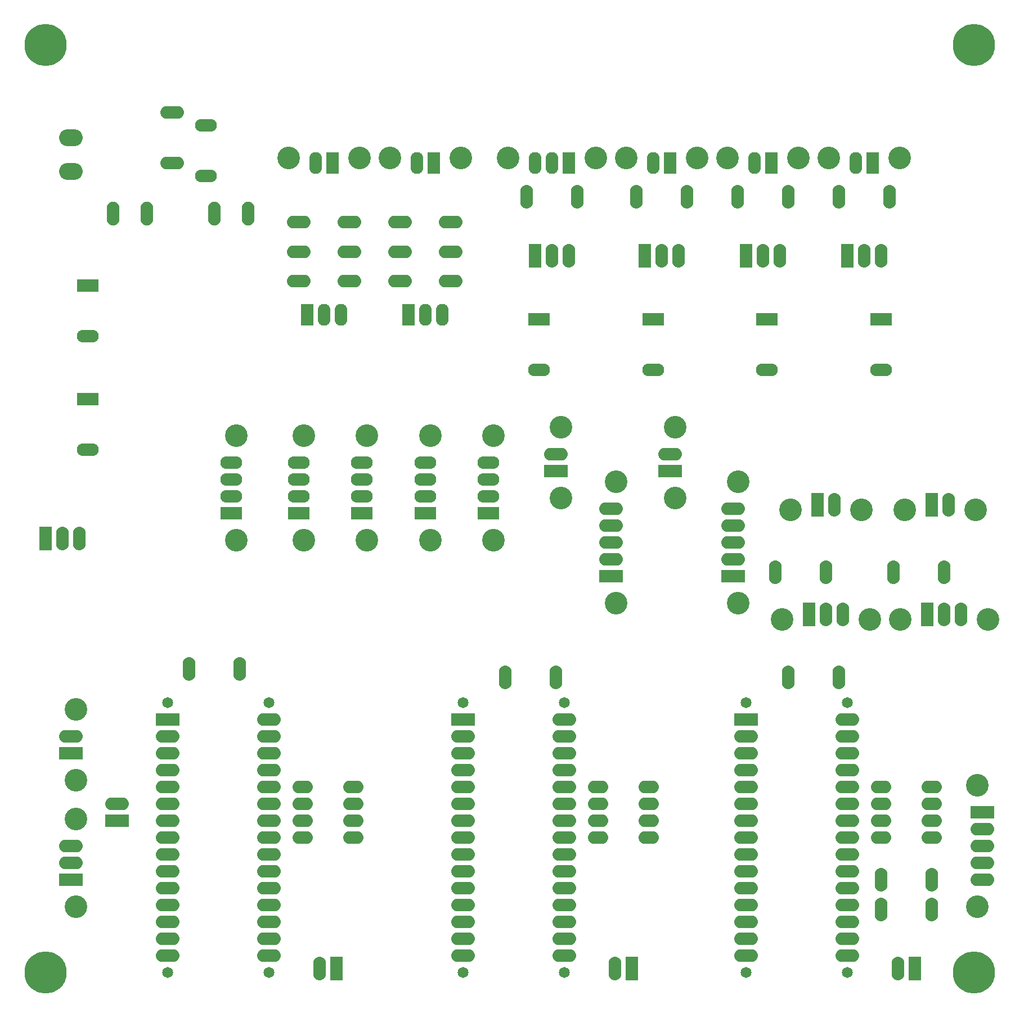
<source format=gbr>
G04 Layer_Color=11767835*
%FSLAX45Y45*%
%MOMM*%
%TF.FileFunction,Pads,Bot*%
%TF.Part,Single*%
G01*
G75*
%TA.AperFunction,ComponentPad*%
%ADD25O,1.90500X3.55600*%
%ADD26C,3.40360*%
%ADD27R,1.90500X3.55600*%
%ADD28C,1.65100*%
%ADD29O,3.55600X1.90500*%
%ADD30R,3.55600X1.90500*%
%ADD31R,3.30200X1.90500*%
%ADD32O,3.30200X1.90500*%
%ADD33O,1.90500X3.58140*%
%ADD34O,1.90500X3.30200*%
%ADD35R,1.90500X3.30200*%
%ADD36O,3.55600X1.90500*%
%TA.AperFunction,ViaPad*%
%ADD37C,6.35000*%
%TA.AperFunction,ComponentPad*%
%ADD38O,3.55600X2.54000*%
%ADD39O,3.04800X1.90500*%
D25*
X7302500Y3238500D02*
D03*
X10858500Y7620000D02*
D03*
X10096500D02*
D03*
X14160500Y9207500D02*
D03*
X14922501Y8572500D02*
D03*
X15176500D02*
D03*
X14922501Y9207500D02*
D03*
X15938499D02*
D03*
X16700500Y8572500D02*
D03*
X16954500D02*
D03*
X16700500Y9207500D02*
D03*
X16764000Y10223500D02*
D03*
X15049500D02*
D03*
X14350999Y7620000D02*
D03*
X15113000D02*
D03*
X15748000Y4572000D02*
D03*
Y4127500D02*
D03*
X16002000Y3238500D02*
D03*
X16510001Y4127500D02*
D03*
Y4572000D02*
D03*
X11747500Y3238500D02*
D03*
X6096000Y7747000D02*
D03*
X5334000D02*
D03*
X3683000Y9715500D02*
D03*
X3429000D02*
D03*
X10414000Y14859000D02*
D03*
X10795000Y13970000D02*
D03*
X11049000D02*
D03*
X12065000Y14859000D02*
D03*
X12446000Y13970000D02*
D03*
X12700000D02*
D03*
X12827000Y14859000D02*
D03*
X13589000D02*
D03*
X13970000Y13970000D02*
D03*
X14224001D02*
D03*
X14350999Y14859000D02*
D03*
X15113000D02*
D03*
X15494000Y13970000D02*
D03*
X15748000D02*
D03*
X15875000Y14859000D02*
D03*
X11176000D02*
D03*
D26*
X3632200Y4165600D02*
D03*
Y5486400D02*
D03*
Y6070600D02*
D03*
Y7137400D02*
D03*
X6045200Y9690100D02*
D03*
X7061200D02*
D03*
X8013700D02*
D03*
X8966200D02*
D03*
X9918700D02*
D03*
X10934700Y10325100D02*
D03*
X11760200Y10566400D02*
D03*
X12649200Y10325100D02*
D03*
X13601700Y10566400D02*
D03*
X14389101Y10147300D02*
D03*
X15455901D02*
D03*
X16103600D02*
D03*
X17170399D02*
D03*
X16040100Y8496300D02*
D03*
X15582899D02*
D03*
X14262100D02*
D03*
X13601700Y8737600D02*
D03*
X11760200D02*
D03*
X9918700Y11264900D02*
D03*
X8966200D02*
D03*
X8013700D02*
D03*
X7061200D02*
D03*
X6045200D02*
D03*
X10134600Y15443201D02*
D03*
X9423400D02*
D03*
X8356600D02*
D03*
X7899400D02*
D03*
X6832600D02*
D03*
X10934700Y11391900D02*
D03*
X12649200D02*
D03*
X16027400Y15443201D02*
D03*
X14960600D02*
D03*
X14503400D02*
D03*
X13436600D02*
D03*
X12979401D02*
D03*
X11912600D02*
D03*
X11455400D02*
D03*
X17360899Y8496300D02*
D03*
X17195799Y5994400D02*
D03*
Y4165600D02*
D03*
D27*
X7556500Y3238500D02*
D03*
X12001500D02*
D03*
X16256000D02*
D03*
X16446500Y8572500D02*
D03*
X16510001Y10223500D02*
D03*
X14795500D02*
D03*
X14668500Y8572500D02*
D03*
X15239999Y13970000D02*
D03*
X13716000D02*
D03*
X12192000D02*
D03*
X10541000D02*
D03*
X3175000Y9715500D02*
D03*
D28*
X5016500Y3175000D02*
D03*
X6540500D02*
D03*
X9461500D02*
D03*
X10985500D02*
D03*
X13716000D02*
D03*
X15239999D02*
D03*
Y7239000D02*
D03*
X13716000D02*
D03*
X10985500D02*
D03*
X9461500D02*
D03*
X6540500D02*
D03*
X5016500D02*
D03*
D29*
X3556000Y4826000D02*
D03*
Y5080000D02*
D03*
X4254500Y5715000D02*
D03*
X3556000Y6731000D02*
D03*
X5016500Y4953000D02*
D03*
Y4699000D02*
D03*
Y4445000D02*
D03*
Y4191000D02*
D03*
Y3937000D02*
D03*
Y3683000D02*
D03*
Y3429000D02*
D03*
X6540500D02*
D03*
Y3683000D02*
D03*
Y3937000D02*
D03*
Y4191000D02*
D03*
Y4445000D02*
D03*
Y4699000D02*
D03*
Y4953000D02*
D03*
Y5207000D02*
D03*
Y5461000D02*
D03*
Y5715000D02*
D03*
Y5969000D02*
D03*
Y6223000D02*
D03*
Y6477000D02*
D03*
Y6731000D02*
D03*
Y6985000D02*
D03*
X5016500Y6731000D02*
D03*
Y6477000D02*
D03*
Y6223000D02*
D03*
Y5969000D02*
D03*
Y5715000D02*
D03*
Y5461000D02*
D03*
Y5207000D02*
D03*
X9461500Y3429000D02*
D03*
Y3683000D02*
D03*
Y3937000D02*
D03*
Y4191000D02*
D03*
Y4445000D02*
D03*
Y4699000D02*
D03*
Y4953000D02*
D03*
Y5207000D02*
D03*
Y5461000D02*
D03*
Y5715000D02*
D03*
Y5969000D02*
D03*
Y6223000D02*
D03*
Y6477000D02*
D03*
Y6731000D02*
D03*
X10985500Y5207000D02*
D03*
Y4953000D02*
D03*
Y4699000D02*
D03*
Y4445000D02*
D03*
Y4191000D02*
D03*
Y3937000D02*
D03*
Y3683000D02*
D03*
Y3429000D02*
D03*
Y5461000D02*
D03*
Y5715000D02*
D03*
Y5969000D02*
D03*
Y6223000D02*
D03*
Y6477000D02*
D03*
Y6731000D02*
D03*
Y6985000D02*
D03*
X11684000Y9398000D02*
D03*
Y9652000D02*
D03*
Y9906000D02*
D03*
Y10160000D02*
D03*
X10858500Y10985500D02*
D03*
X12573000D02*
D03*
X13525500Y9906000D02*
D03*
Y9652000D02*
D03*
Y9398000D02*
D03*
Y10160000D02*
D03*
X15239999Y6985000D02*
D03*
Y6731000D02*
D03*
Y6477000D02*
D03*
Y6223000D02*
D03*
Y5969000D02*
D03*
Y5715000D02*
D03*
Y5461000D02*
D03*
Y5207000D02*
D03*
Y4953000D02*
D03*
Y4699000D02*
D03*
Y4445000D02*
D03*
Y4191000D02*
D03*
Y3937000D02*
D03*
Y3683000D02*
D03*
Y3429000D02*
D03*
X13716000Y4699000D02*
D03*
Y4953000D02*
D03*
Y4445000D02*
D03*
Y4191000D02*
D03*
Y3937000D02*
D03*
Y3683000D02*
D03*
Y3429000D02*
D03*
Y5207000D02*
D03*
Y5461000D02*
D03*
Y5715000D02*
D03*
Y5969000D02*
D03*
Y6223000D02*
D03*
Y6477000D02*
D03*
Y6731000D02*
D03*
X17272000Y4572000D02*
D03*
Y4826000D02*
D03*
Y5080000D02*
D03*
Y5334000D02*
D03*
X5080000Y16128999D02*
D03*
Y15367000D02*
D03*
D30*
X3556000Y4572000D02*
D03*
X4254500Y5461000D02*
D03*
X3556000Y6477000D02*
D03*
X5016500Y6985000D02*
D03*
X9461500D02*
D03*
X11684000Y9144000D02*
D03*
X12573000Y10731500D02*
D03*
X13525500Y9144000D02*
D03*
X13716000Y6985000D02*
D03*
X17272000Y5588000D02*
D03*
X10858500Y10731500D02*
D03*
D31*
X9842500Y10096500D02*
D03*
X8890000D02*
D03*
X7937500D02*
D03*
X6985000D02*
D03*
X5969000D02*
D03*
X3810000Y11811000D02*
D03*
Y13525500D02*
D03*
X10604500Y13017500D02*
D03*
X12319000D02*
D03*
X14033501D02*
D03*
X15748000D02*
D03*
D32*
X9842500Y10350500D02*
D03*
Y10604500D02*
D03*
Y10858500D02*
D03*
X8890000D02*
D03*
Y10604500D02*
D03*
Y10350500D02*
D03*
X7937500Y10858500D02*
D03*
Y10604500D02*
D03*
Y10350500D02*
D03*
X6985000Y10858500D02*
D03*
Y10604500D02*
D03*
Y10350500D02*
D03*
X5969000Y10858500D02*
D03*
Y10604500D02*
D03*
Y10350500D02*
D03*
X3810000Y12763500D02*
D03*
Y11049000D02*
D03*
X5588000Y15176500D02*
D03*
Y15938499D02*
D03*
X10604500Y12255500D02*
D03*
X12319000D02*
D03*
X14033501D02*
D03*
X15748000D02*
D03*
D33*
X6223000Y14605000D02*
D03*
X5715000D02*
D03*
X4699000D02*
D03*
X4191000D02*
D03*
D34*
X9144000Y13081000D02*
D03*
X8890000D02*
D03*
X7620000D02*
D03*
X7366000D02*
D03*
X8763000Y15367000D02*
D03*
X7239000D02*
D03*
X10541000D02*
D03*
X10795000D02*
D03*
X12319000D02*
D03*
X13842999D02*
D03*
X15367000D02*
D03*
D35*
X8636000Y13081000D02*
D03*
X7112000D02*
D03*
X9017000Y15367000D02*
D03*
X7493000D02*
D03*
X11049000D02*
D03*
X12573000D02*
D03*
X14097000D02*
D03*
X15621001D02*
D03*
D36*
X9271000Y13589000D02*
D03*
Y14033501D02*
D03*
Y14478000D02*
D03*
X8509000D02*
D03*
Y14033501D02*
D03*
Y13589000D02*
D03*
X7747000Y14478000D02*
D03*
Y14033501D02*
D03*
Y13589000D02*
D03*
X6985000Y14478000D02*
D03*
Y14033501D02*
D03*
Y13589000D02*
D03*
D37*
X3175000Y3175000D02*
D03*
X17145000D02*
D03*
Y17145000D02*
D03*
X3175000D02*
D03*
D38*
X3558540Y15239999D02*
D03*
Y15750108D02*
D03*
D39*
X7048500Y5207000D02*
D03*
Y5461000D02*
D03*
Y5715000D02*
D03*
Y5969000D02*
D03*
X7810500Y5207000D02*
D03*
Y5461000D02*
D03*
Y5715000D02*
D03*
Y5969000D02*
D03*
X11493500Y5207000D02*
D03*
Y5461000D02*
D03*
Y5715000D02*
D03*
Y5969000D02*
D03*
X12255500Y5207000D02*
D03*
Y5461000D02*
D03*
Y5715000D02*
D03*
Y5969000D02*
D03*
X15748000Y5207000D02*
D03*
Y5461000D02*
D03*
Y5715000D02*
D03*
Y5969000D02*
D03*
X16510001Y5207000D02*
D03*
Y5461000D02*
D03*
Y5715000D02*
D03*
Y5969000D02*
D03*
%TF.MD5,F944CC3C86BD779743B22726DDF83837*%
M02*

</source>
